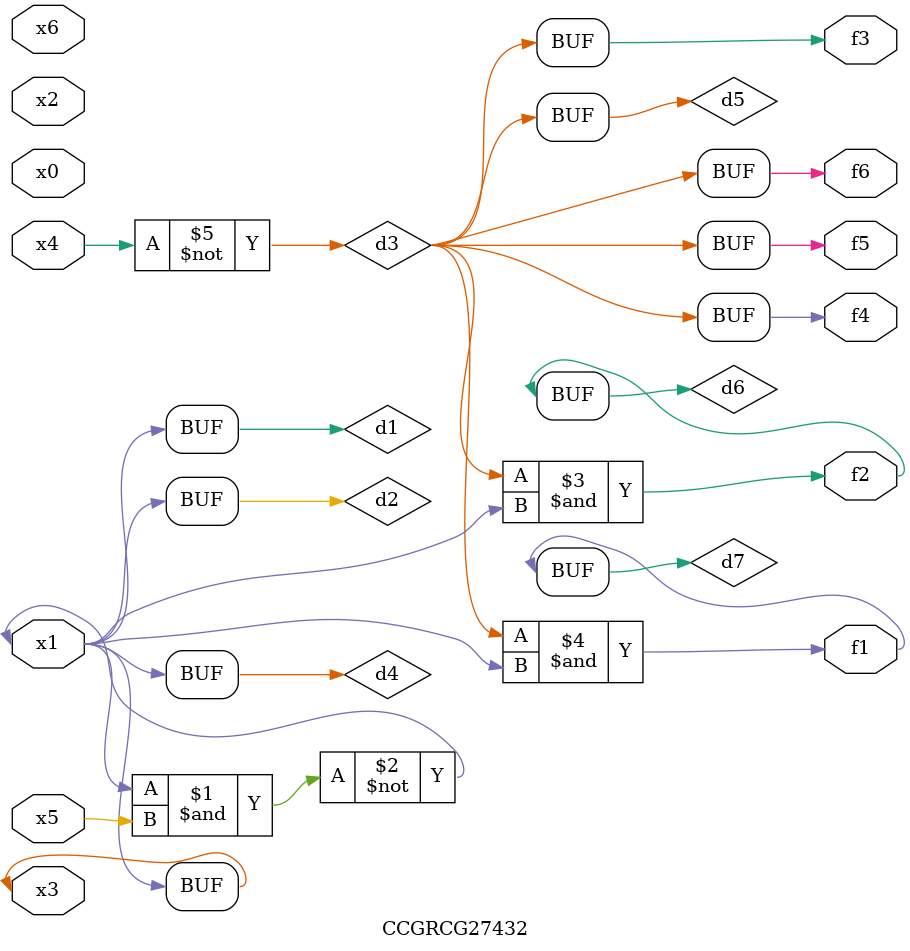
<source format=v>
module CCGRCG27432(
	input x0, x1, x2, x3, x4, x5, x6,
	output f1, f2, f3, f4, f5, f6
);

	wire d1, d2, d3, d4, d5, d6, d7;

	buf (d1, x1, x3);
	nand (d2, x1, x5);
	not (d3, x4);
	buf (d4, d1, d2);
	buf (d5, d3);
	and (d6, d3, d4);
	and (d7, d3, d4);
	assign f1 = d7;
	assign f2 = d6;
	assign f3 = d5;
	assign f4 = d5;
	assign f5 = d5;
	assign f6 = d5;
endmodule

</source>
